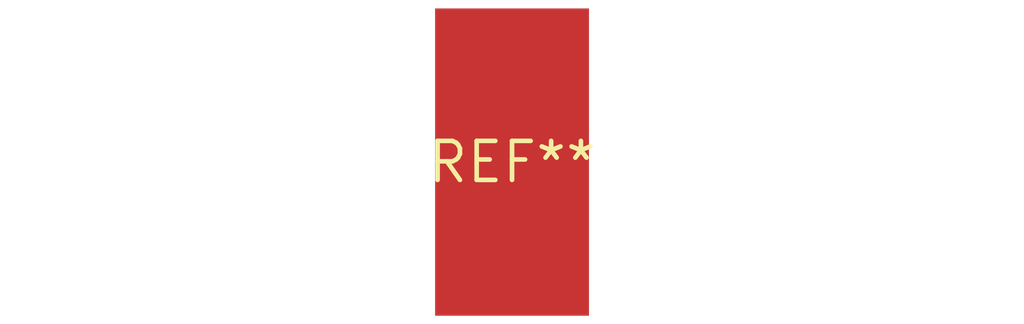
<source format=kicad_pcb>
(kicad_pcb (version 20240108) (generator pcbnew)
  (layers (0 "F.Cu" signal) (31 "B.Cu" signal) (34 "B.Paste" user) (35 "F.Paste" user) (36 "B.SilkS" user "B.Silkscreen") (37 "F.SilkS" user "F.Silkscreen") (38 "B.Mask" user) (39 "F.Mask" user) (44 "Edge.Cuts" user))
  (net 0 "")
  (footprint "SolderWirePad_1x01_SMD_5x10mm" (layer "F.Cu") (at 0 0)
    (property "Reference" "REF**")
    (property "Value" "SolderWirePad_1x01_SMD_5x10mm")
    (pad "1" smd rect (at 0 0) (size 5 10) (layers "F.Cu" "F.Paste" "F.Mask"))
  )
)
</source>
